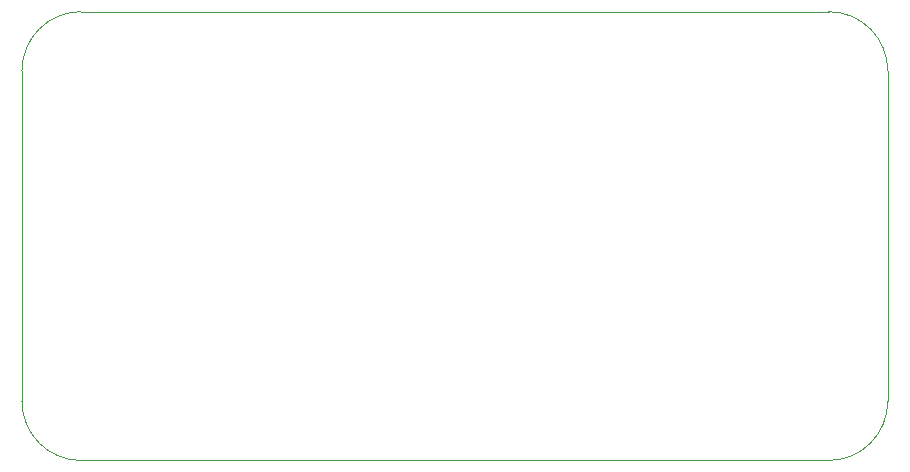
<source format=gbr>
%TF.GenerationSoftware,KiCad,Pcbnew,8.0.2*%
%TF.CreationDate,2024-06-01T14:05:18+02:00*%
%TF.ProjectId,dht,6468742e-6b69-4636-9164-5f7063625858,rev?*%
%TF.SameCoordinates,Original*%
%TF.FileFunction,Profile,NP*%
%FSLAX46Y46*%
G04 Gerber Fmt 4.6, Leading zero omitted, Abs format (unit mm)*
G04 Created by KiCad (PCBNEW 8.0.2) date 2024-06-01 14:05:18*
%MOMM*%
%LPD*%
G01*
G04 APERTURE LIST*
%TA.AperFunction,Profile*%
%ADD10C,0.050000*%
%TD*%
G04 APERTURE END LIST*
D10*
X165000000Y-108000000D02*
X156697056Y-108000000D01*
X96697056Y-75000000D02*
G75*
G02*
X101697056Y-69999956I5000044J0D01*
G01*
X101697056Y-108000000D02*
X156697056Y-108000000D01*
X101697056Y-108000000D02*
G75*
G02*
X96697100Y-103000000I44J5000000D01*
G01*
X170000000Y-103000000D02*
X170000000Y-75000000D01*
X101697056Y-70000000D02*
X156697056Y-70000000D01*
X170000000Y-103000000D02*
G75*
G02*
X165000000Y-108000000I-5000000J0D01*
G01*
X165000000Y-70000000D02*
G75*
G02*
X170000000Y-75000000I0J-5000000D01*
G01*
X96697056Y-75000000D02*
X96697056Y-103000000D01*
X165000000Y-70000000D02*
X156697056Y-70000000D01*
M02*

</source>
